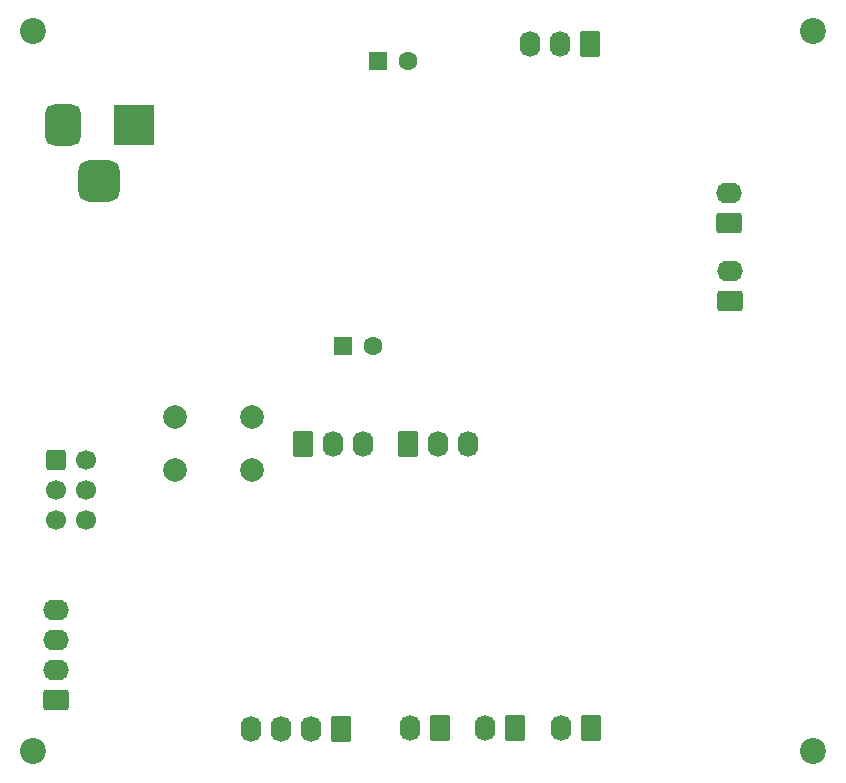
<source format=gbr>
%TF.GenerationSoftware,KiCad,Pcbnew,6.0.11+dfsg-1~bpo11+1*%
%TF.CreationDate,2023-02-26T16:43:03+01:00*%
%TF.ProjectId,gun_board,67756e5f-626f-4617-9264-2e6b69636164,rev?*%
%TF.SameCoordinates,PX6940178PY3a87660*%
%TF.FileFunction,Soldermask,Bot*%
%TF.FilePolarity,Negative*%
%FSLAX46Y46*%
G04 Gerber Fmt 4.6, Leading zero omitted, Abs format (unit mm)*
G04 Created by KiCad (PCBNEW 6.0.11+dfsg-1~bpo11+1) date 2023-02-26 16:43:03*
%MOMM*%
%LPD*%
G01*
G04 APERTURE LIST*
G04 Aperture macros list*
%AMRoundRect*
0 Rectangle with rounded corners*
0 $1 Rounding radius*
0 $2 $3 $4 $5 $6 $7 $8 $9 X,Y pos of 4 corners*
0 Add a 4 corners polygon primitive as box body*
4,1,4,$2,$3,$4,$5,$6,$7,$8,$9,$2,$3,0*
0 Add four circle primitives for the rounded corners*
1,1,$1+$1,$2,$3*
1,1,$1+$1,$4,$5*
1,1,$1+$1,$6,$7*
1,1,$1+$1,$8,$9*
0 Add four rect primitives between the rounded corners*
20,1,$1+$1,$2,$3,$4,$5,0*
20,1,$1+$1,$4,$5,$6,$7,0*
20,1,$1+$1,$6,$7,$8,$9,0*
20,1,$1+$1,$8,$9,$2,$3,0*%
G04 Aperture macros list end*
%ADD10R,3.500000X3.500000*%
%ADD11RoundRect,0.750000X-0.750000X-1.000000X0.750000X-1.000000X0.750000X1.000000X-0.750000X1.000000X0*%
%ADD12RoundRect,0.875000X-0.875000X-0.875000X0.875000X-0.875000X0.875000X0.875000X-0.875000X0.875000X0*%
%ADD13R,1.600000X1.600000*%
%ADD14C,1.600000*%
%ADD15RoundRect,0.250000X0.620000X0.845000X-0.620000X0.845000X-0.620000X-0.845000X0.620000X-0.845000X0*%
%ADD16O,1.740000X2.190000*%
%ADD17C,2.200000*%
%ADD18C,2.000000*%
%ADD19RoundRect,0.250000X0.845000X-0.620000X0.845000X0.620000X-0.845000X0.620000X-0.845000X-0.620000X0*%
%ADD20O,2.190000X1.740000*%
%ADD21RoundRect,0.250000X-0.620000X-0.845000X0.620000X-0.845000X0.620000X0.845000X-0.620000X0.845000X0*%
%ADD22RoundRect,0.250000X-0.600000X-0.600000X0.600000X-0.600000X0.600000X0.600000X-0.600000X0.600000X0*%
%ADD23C,1.700000*%
G04 APERTURE END LIST*
D10*
%TO.C,J2*%
X11080000Y-10472500D03*
D11*
X5080000Y-10472500D03*
D12*
X8080000Y-15172500D03*
%TD*%
D13*
%TO.C,C6*%
X28811776Y-29210000D03*
D14*
X31311776Y-29210000D03*
%TD*%
D13*
%TO.C,C4*%
X31750000Y-5080000D03*
D14*
X34250000Y-5080000D03*
%TD*%
D15*
%TO.C,PIO1*%
X49784000Y-61537000D03*
D16*
X47244000Y-61537000D03*
%TD*%
D17*
%TO.C,REF\u002A\u002A*%
X68580000Y-2540000D03*
%TD*%
D15*
%TO.C,PIO2*%
X43372000Y-61537000D03*
D16*
X40832000Y-61537000D03*
%TD*%
D18*
%TO.C,RESET*%
X21030000Y-35215000D03*
X14530000Y-35215000D03*
X21030000Y-39715000D03*
X14530000Y-39715000D03*
%TD*%
D19*
%TO.C,DCM2*%
X61508000Y-25400000D03*
D20*
X61508000Y-22860000D03*
%TD*%
D21*
%TO.C,SERVO 2*%
X25400000Y-37465000D03*
D16*
X27940000Y-37465000D03*
X30480000Y-37465000D03*
%TD*%
D17*
%TO.C,REF\u002A\u002A*%
X68580000Y-63500000D03*
%TD*%
D22*
%TO.C,ISP*%
X4445000Y-38857000D03*
D23*
X6985000Y-38857000D03*
X4445000Y-41397000D03*
X6985000Y-41397000D03*
X4445000Y-43937000D03*
X6985000Y-43937000D03*
%TD*%
D21*
%TO.C,SERVO 1*%
X34290000Y-37465000D03*
D16*
X36830000Y-37465000D03*
X39370000Y-37465000D03*
%TD*%
D15*
%TO.C,RS485*%
X28575000Y-61575000D03*
D16*
X26035000Y-61575000D03*
X23495000Y-61575000D03*
X20955000Y-61575000D03*
%TD*%
D15*
%TO.C,BLDC*%
X49657000Y-3652000D03*
D16*
X47117000Y-3652000D03*
X44577000Y-3652000D03*
%TD*%
D19*
%TO.C,DCM1*%
X61488000Y-18796000D03*
D20*
X61488000Y-16256000D03*
%TD*%
D17*
%TO.C,REF\u002A\u002A*%
X2540000Y-63500000D03*
%TD*%
D19*
%TO.C,I2C*%
X4445000Y-59182000D03*
D20*
X4445000Y-56642000D03*
X4445000Y-54102000D03*
X4445000Y-51562000D03*
%TD*%
D15*
%TO.C,PIO3*%
X36957000Y-61537000D03*
D16*
X34417000Y-61537000D03*
%TD*%
D17*
%TO.C,REF\u002A\u002A*%
X2540000Y-2540000D03*
%TD*%
M02*

</source>
